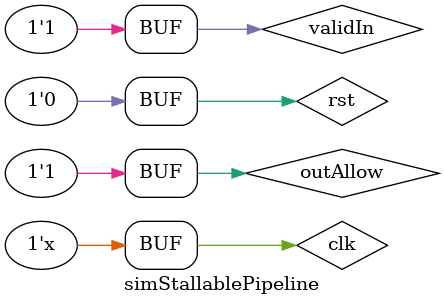
<source format=v>
`timescale 1ns / 1ps


`timescale 1ns / 1ps

module simStallablePipeline();
    reg clk;
    reg rst;
    reg validIn, outAllow;
    reg [7 : 0]dataIn;
    wire [7 : 0]dataOut;
    wire validOut;
    stallablePipeline #(8)test2(
        .clk(clk),
        .rst(rst),
        .validIn(validIn),
        .dataIn(dataIn),
        .outAllow(outAllow),
        .validOut(validOut),
        .dataOut(dataOut)
    );
    initial begin
        // 暂且不刷新
        rst = 1'b0;
        //　永远可进
        validIn = 1'b1;
        // 永远可出
        outAllow = 1'b1;
        clk = 1'b0;
        dataIn = 7'd0;
    end
    always #5 begin
        clk = ~clk;
    end
    always @(posedge clk)begin
        dataIn = dataIn + 1'b1;
    end
endmodule

</source>
